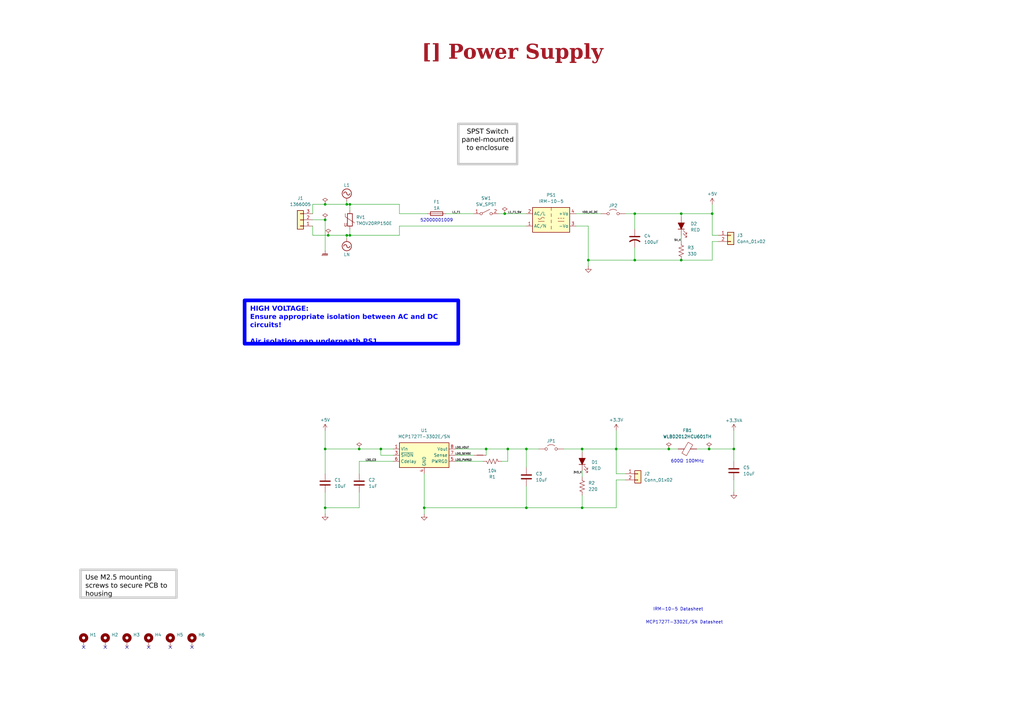
<source format=kicad_sch>
(kicad_sch (version 20250114) (generator "eeschema") (generator_version "9.0")
  (paper "A3")
  (title_block (title "Power Supply") (date "Last Modified Date") (rev "${REVISION}") (company "${COMPANY}"))
  (lib_symbols
    (symbol "Connector_Generic:Conn_01x02" (pin_names (offset 1.016) (hide yes))
      (property "Reference" "J" (at 0 2.54 0))
      (property "Value" "Conn_01x02" (at 0 -5.08 0))
      (symbol "Conn_01x02_1_1"
        (rectangle (start -1.27 1.27) (end 1.27 -3.81) (stroke (width 0.254)) (fill (type background)))
        (rectangle (start -1.27 0.127) (end 0 -0.127) (stroke (width 0.1524)))
        (rectangle (start -1.27 -2.413) (end 0 -2.667) (stroke (width 0.1524)))
        (pin passive line (at -5.08 0 0) (length 3.81) (name "Pin_1") (number "1"))
        (pin passive line (at -5.08 -2.54 0) (length 3.81) (name "Pin_2") (number "2"))
      )
    )
    (symbol "Connector_Generic:Conn_01x03" (pin_names (offset 1.016) (hide yes))
      (property "Reference" "J" (at 0 5.08 0))
      (property "Value" "Conn_01x03" (at 0 -5.08 0))
      (symbol "Conn_01x03_1_1"
        (rectangle (start -1.27 3.81) (end 1.27 -3.81) (stroke (width 0.254)) (fill (type background)))
        (rectangle (start -1.27 2.667) (end 0 2.413) (stroke (width 0.1524)))
        (rectangle (start -1.27 0.127) (end 0 -0.127) (stroke (width 0.1524)))
        (rectangle (start -1.27 -2.413) (end 0 -2.667) (stroke (width 0.1524)))
        (pin passive line (at -5.08 2.54 0) (length 3.81) (name "Pin_1") (number "1"))
        (pin passive line (at -5.08 0 0) (length 3.81) (name "Pin_2") (number "2"))
        (pin passive line (at -5.08 -2.54 0) (length 3.81) (name "Pin_3") (number "3"))
      )
    )
    (symbol "Converter_ACDC:IRM-10-5"
      (property "Reference" "PS" (at 0 6.35 0))
      (property "Value" "IRM-10-5" (at 0 -6.35 0))
      (symbol "IRM-10-5_0_1"
        (rectangle (start -7.62 5.08) (end 7.62 -5.08) (stroke (width 0.254)) (fill (type background)))
        (polyline (pts (xy -5.334 -0.635) (xy -2.794 -0.635)))
        (arc (start -4.064 0.635) (mid -4.699 0.2495) (end -5.334 0.635))
        (arc (start -4.064 0.635) (mid -3.429 1.0072) (end -2.794 0.635))
        (polyline (pts (xy 0 5.08) (xy 0 3.81)))
        (polyline (pts (xy 0 2.54) (xy 0 1.27)))
        (polyline (pts (xy 0 0) (xy 0 -1.27)))
        (polyline (pts (xy 0 -2.54) (xy 0 -3.81)))
        (polyline (pts (xy 2.794 0.635) (xy 3.302 0.635)))
        (polyline (pts (xy 2.794 -0.635) (xy 5.334 -0.635)))
        (polyline (pts (xy 3.81 0.635) (xy 4.318 0.635)))
        (polyline (pts (xy 4.826 0.635) (xy 5.334 0.635)))
      )
      (symbol "IRM-10-5_1_1"
        (pin power_in line (at -10.16 2.54 0) (length 2.54) (name "AC/L") (number "2"))
        (pin power_in line (at -10.16 -2.54 0) (length 2.54) (name "AC/N") (number "1"))
        (pin power_out line (at 10.16 2.54 180) (length 2.54) (name "+Vo") (number "4"))
        (pin power_out line (at 10.16 -2.54 180) (length 2.54) (name "-Vo") (number "3"))
      )
    )
    (symbol "Device:C" (pin_numbers (hide yes)) (pin_names (offset 0.254))
      (property "Reference" "C" (at 0.635 2.54 0))
      (property "Value" "C" (at 0.635 -2.54 0))
      (symbol "C_0_1"
        (polyline (pts (xy -2.032 0.762) (xy 2.032 0.762)) (stroke (width 0.508)))
        (polyline (pts (xy -2.032 -0.762) (xy 2.032 -0.762)) (stroke (width 0.508)))
      )
      (symbol "C_1_1"
        (pin passive line (at 0 3.81 270) (length 2.794) (name "~") (number "1"))
        (pin passive line (at 0 -3.81 90) (length 2.794) (name "~") (number "2"))
      )
    )
    (symbol "Device:C_US" (pin_numbers (hide yes)) (pin_names (offset 0.254) (hide yes))
      (property "Reference" "C" (at 0.635 2.54 0))
      (property "Value" "C_US" (at 0.635 -2.54 0))
      (symbol "C_US_0_1"
        (polyline (pts (xy -2.032 0.762) (xy 2.032 0.762)) (stroke (width 0.508)))
        (arc (start -2.032 -1.27) (mid 0 -0.5572) (end 2.032 -1.27) (stroke (width 0.508)))
      )
      (symbol "C_US_1_1"
        (pin passive line (at 0 3.81 270) (length 2.794) (name "~") (number "1"))
        (pin passive line (at 0 -3.81 90) (length 3.302) (name "~") (number "2"))
      )
    )
    (symbol "Device:FerriteBead" (pin_numbers (hide yes)) (pin_names (offset 0))
      (property "Reference" "FB" (at -3.81 0.635 90))
      (property "Value" "FerriteBead" (at 3.81 0 90))
      (symbol "FerriteBead_0_1"
        (polyline (pts (xy -2.7686 0.4064) (xy -1.7018 2.2606) (xy 2.7686 -0.3048) (xy 1.6764 -2.159) (xy -2.7686 0.4064)))
        (polyline (pts (xy 0 1.27) (xy 0 1.2954)))
        (polyline (pts (xy 0 -1.27) (xy 0 -1.2192)))
      )
      (symbol "FerriteBead_1_1"
        (pin passive line (at 0 3.81 270) (length 2.54) (name "~") (number "1"))
        (pin passive line (at 0 -3.81 90) (length 2.54) (name "~") (number "2"))
      )
    )
    (symbol "Device:Fuse" (pin_numbers (hide yes)) (pin_names (offset 0))
      (property "Reference" "F" (at 2.032 0 90))
      (property "Value" "Fuse" (at -1.905 0 90))
      (symbol "Fuse_0_1"
        (rectangle (start -0.762 -2.54) (end 0.762 2.54) (stroke (width 0.254)))
        (polyline (pts (xy 0 2.54) (xy 0 -2.54)))
      )
      (symbol "Fuse_1_1"
        (pin passive line (at 0 3.81 270) (length 1.27) (name "~") (number "1"))
        (pin passive line (at 0 -3.81 90) (length 1.27) (name "~") (number "2"))
      )
    )
    (symbol "Device:LED_Filled" (pin_numbers (hide yes)) (pin_names (offset 1.016) (hide yes))
      (property "Reference" "D" (at 0 2.54 0))
      (property "Value" "LED_Filled" (at 0 -2.54 0))
      (property "Sim.Pins" "1=K 2=A" (at 0 0 0))
      (symbol "LED_Filled_0_1"
        (polyline (pts (xy -3.048 -0.762) (xy -4.572 -2.286) (xy -3.81 -2.286) (xy -4.572 -2.286) (xy -4.572 -1.524)))
        (polyline (pts (xy -1.778 -0.762) (xy -3.302 -2.286) (xy -2.54 -2.286) (xy -3.302 -2.286) (xy -3.302 -1.524)))
        (polyline (pts (xy -1.27 0) (xy 1.27 0)))
        (polyline (pts (xy -1.27 -1.27) (xy -1.27 1.27)) (stroke (width 0.254)))
        (polyline (pts (xy 1.27 -1.27) (xy 1.27 1.27) (xy -1.27 0) (xy 1.27 -1.27)) (stroke (width 0.254)) (fill (type outline)))
      )
      (symbol "LED_Filled_1_1"
        (pin passive line (at -3.81 0 0) (length 2.54) (name "K") (number "1"))
        (pin passive line (at 3.81 0 180) (length 2.54) (name "A") (number "2"))
      )
    )
    (symbol "Device:NetTie_2" (pin_numbers (hide yes)) (pin_names (offset 0) (hide yes)) (in_bom no)
      (property "Reference" "NT" (at 0 1.27 0))
      (property "Value" "NetTie_2" (at 0 -1.27 0))
      (symbol "NetTie_2_0_1"
        (polyline (pts (xy -1.27 0) (xy 1.27 0)) (stroke (width 0.254)))
      )
      (symbol "NetTie_2_1_1"
        (pin passive line (at -2.54 0 0) (length 2.54) (name "1") (number "1"))
        (pin passive line (at 2.54 0 180) (length 2.54) (name "2") (number "2"))
      )
    )
    (symbol "Device:R_US" (pin_numbers (hide yes)) (pin_names (offset 0))
      (property "Reference" "R" (at 2.54 0 90))
      (property "Value" "R_US" (at -2.54 0 90))
      (symbol "R_US_0_1"
        (polyline (pts (xy 0 2.286) (xy 0 2.54)))
        (polyline (pts (xy 0 2.286) (xy 1.016 1.905) (xy 0 1.524) (xy -1.016 1.143) (xy 0 0.762)))
        (polyline (pts (xy 0 0.762) (xy 1.016 0.381) (xy 0 0) (xy -1.016 -0.381) (xy 0 -0.762)))
        (polyline (pts (xy 0 -0.762) (xy 1.016 -1.143) (xy 0 -1.524) (xy -1.016 -1.905) (xy 0 -2.286)))
        (polyline (pts (xy 0 -2.286) (xy 0 -2.54)))
      )
      (symbol "R_US_1_1"
        (pin passive line (at 0 3.81 270) (length 1.27) (name "~") (number "1"))
        (pin passive line (at 0 -3.81 90) (length 1.27) (name "~") (number "2"))
      )
    )
    (symbol "Device:Varistor" (pin_numbers (hide yes)) (pin_names (offset 0))
      (property "Reference" "RV" (at 3.175 0 90))
      (property "Value" "Varistor" (at -3.175 0 90))
      (symbol "Varistor_0_0"
        (text "U" (at -1.778 -2.032 0) (effects (font (size 1.27 1.27))))
      )
      (symbol "Varistor_0_1"
        (polyline (pts (xy -1.905 2.54) (xy -1.905 1.27) (xy 1.905 -1.27)))
        (rectangle (start -1.016 -2.54) (end 1.016 2.54) (stroke (width 0.254)))
      )
      (symbol "Varistor_1_1"
        (pin passive line (at 0 3.81 270) (length 1.27) (name "~") (number "1"))
        (pin passive line (at 0 -3.81 90) (length 1.27) (name "~") (number "2"))
      )
    )
    (symbol "Jumper:Jumper_2_Open" (pin_numbers (hide yes)) (pin_names (offset 0) (hide yes))
      (property "Reference" "JP" (at 0 2.794 0))
      (property "Value" "Jumper_2_Open" (at 0 -2.286 0))
      (symbol "Jumper_2_Open_0_0"
        (circle (center -2.032 0) (radius 0.508))
        (circle (center 2.032 0) (radius 0.508))
      )
      (symbol "Jumper_2_Open_0_1"
        (arc (start -1.524 1.27) (mid 0 1.778) (end 1.524 1.27))
      )
      (symbol "Jumper_2_Open_1_1"
        (pin passive line (at -5.08 0 0) (length 2.54) (name "A") (number "1"))
        (pin passive line (at 5.08 0 180) (length 2.54) (name "B") (number "2"))
      )
    )
    (symbol "Mechanical:MountingHole_Pad" (pin_numbers (hide yes)) (pin_names (offset 1.016) (hide yes)) (in_bom no)
      (property "Reference" "H" (at 0 6.35 0))
      (property "Value" "MountingHole_Pad" (at 0 4.445 0))
      (symbol "MountingHole_Pad_0_1"
        (circle (center 0 1.27) (radius 1.27) (stroke (width 1.27)))
      )
      (symbol "MountingHole_Pad_1_1"
        (pin input line (at 0 -2.54 90) (length 2.54) (name "1") (number "1"))
      )
    )
    (symbol "Regulator_Linear:MCP1727-3302xSN"
      (property "Reference" "U" (at -7.62 8.89 0))
      (property "Value" "MCP1727-3302xSN" (at 11.43 8.89 0))
      (symbol "MCP1727-3302xSN_0_0"
        (pin input line (at -12.7 -2.54 0) (length 2.54) (name "Cdelay") (number "6"))
        (pin power_out line (at 12.7 2.54 180) (length 2.54) (name "Vout") (number "8"))
        (pin input line (at 12.7 0 180) (length 2.54) (name "Sense") (number "7"))
        (pin open_collector line (at 12.7 -2.54 180) (length 2.54) (name "PWRGD") (number "5"))
      )
      (symbol "MCP1727-3302xSN_0_1"
        (rectangle (start -10.16 5.08) (end 10.16 -5.08) (stroke (width 0.254)) (fill (type background)))
      )
      (symbol "MCP1727-3302xSN_1_1"
        (pin power_in line (at -12.7 2.54 0) (length 2.54) (name "Vin") (number "1"))
        (pin passive line (at -12.7 2.54 0) (length 2.54) (hide yes) (name "Vin") (number "2"))
        (pin input line (at -12.7 0 0) (length 2.54) (name "~{SHDN}") (number "3"))
        (pin power_in line (at 0 -7.62 90) (length 2.54) (name "GND") (number "4"))
      )
    )
    (symbol "Switch:SW_SPST" (pin_names (offset 0) (hide yes))
      (property "Reference" "SW" (at 0 3.175 0))
      (property "Value" "SW_SPST" (at 0 -2.54 0))
      (symbol "SW_SPST_0_0"
        (circle (center -2.032 0) (radius 0.508))
        (polyline (pts (xy -1.524 0.254) (xy 1.524 1.778)))
        (circle (center 2.032 0) (radius 0.508))
      )
      (symbol "SW_SPST_1_1"
        (pin passive line (at -5.08 0 0) (length 2.54) (name "A") (number "1"))
        (pin passive line (at 5.08 0 180) (length 2.54) (name "B") (number "2"))
      )
    )
    (symbol "power:+3.3V" (power) (pin_numbers (hide yes)) (pin_names (offset 0) (hide yes))
      (property "Value" "+3.3V" (at 0 3.556 0))
      (symbol "+3.3V_0_1"
        (polyline (pts (xy -0.762 1.27) (xy 0 2.54)))
        (polyline (pts (xy 0 2.54) (xy 0.762 1.27)))
        (polyline (pts (xy 0 0) (xy 0 2.54)))
      )
      (symbol "+3.3V_1_1"
        (pin power_in line (at 0 0 90) (length 0) (name "~") (number "1"))
      )
    )
    (symbol "power:+3.3VA" (power) (pin_numbers (hide yes)) (pin_names (offset 0) (hide yes))
      (property "Value" "+3.3VA" (at 0 3.556 0))
      (symbol "+3.3VA_0_1"
        (polyline (pts (xy -0.762 1.27) (xy 0 2.54)))
        (polyline (pts (xy 0 2.54) (xy 0.762 1.27)))
        (polyline (pts (xy 0 0) (xy 0 2.54)))
      )
      (symbol "+3.3VA_1_1"
        (pin power_in line (at 0 0 90) (length 0) (name "~") (number "1"))
      )
    )
    (symbol "power:+5V" (power) (pin_numbers (hide yes)) (pin_names (offset 0) (hide yes))
      (property "Value" "+5V" (at 0 3.556 0))
      (symbol "+5V_0_1"
        (polyline (pts (xy -0.762 1.27) (xy 0 2.54)))
        (polyline (pts (xy 0 2.54) (xy 0.762 1.27)))
        (polyline (pts (xy 0 0) (xy 0 2.54)))
      )
      (symbol "+5V_1_1"
        (pin power_in line (at 0 0 90) (length 0) (name "~") (number "1"))
      )
    )
    (symbol "power:AC" (power) (pin_numbers (hide yes)) (pin_names (offset 0) (hide yes))
      (property "Value" "AC" (at 0 6.35 0))
      (symbol "AC_0_1"
        (arc (start -1.27 3.175) (mid -0.635 3.8073) (end 0 3.175) (stroke (width 0.254)))
        (circle (center 0 3.175) (radius 1.905) (stroke (width 0.254)))
        (polyline (pts (xy 0 0) (xy 0 1.27)))
        (arc (start 1.27 3.175) (mid 0.635 2.5427) (end 0 3.175) (stroke (width 0.254)))
      )
      (symbol "AC_1_1"
        (pin power_in line (at 0 0 90) (length 0) (name "~") (number "1"))
      )
    )
    (symbol "power:GND" (power) (pin_numbers (hide yes)) (pin_names (offset 0) (hide yes))
      (property "Value" "GND" (at 0 -3.81 0))
      (symbol "GND_0_1"
        (polyline (pts (xy 0 0) (xy 0 -1.27) (xy 1.27 -1.27) (xy 0 -2.54) (xy -1.27 -1.27) (xy 0 -1.27)))
      )
      (symbol "GND_1_1"
        (pin power_in line (at 0 0 270) (length 0) (name "~") (number "1"))
      )
    )
    (symbol "power:GNDPWR" (power) (pin_numbers (hide yes)) (pin_names (offset 0) (hide yes))
      (property "Value" "GNDPWR" (at 0 -3.302 0))
      (symbol "GNDPWR_0_1"
        (polyline (pts (xy -1.016 -1.27) (xy -1.27 -2.032) (xy -1.27 -2.032)) (stroke (width 0.2032)))
        (polyline (pts (xy -0.508 -1.27) (xy -0.762 -2.032) (xy -0.762 -2.032)) (stroke (width 0.2032)))
        (polyline (pts (xy 0 -1.27) (xy 0 0)))
        (polyline (pts (xy 0 -1.27) (xy -0.254 -2.032) (xy -0.254 -2.032)) (stroke (width 0.2032)))
        (polyline (pts (xy 0.508 -1.27) (xy 0.254 -2.032) (xy 0.254 -2.032)) (stroke (width 0.2032)))
        (polyline (pts (xy 1.016 -1.27) (xy -1.016 -1.27) (xy -1.016 -1.27)) (stroke (width 0.2032)))
        (polyline (pts (xy 1.016 -1.27) (xy 0.762 -2.032) (xy 0.762 -2.032) (xy 0.762 -2.032)) (stroke (width 0.2032)))
      )
      (symbol "GNDPWR_1_1"
        (pin power_in line (at 0 0 270) (length 0) (name "~") (number "1"))
      )
    )
    (symbol "power:PWR_FLAG" (power) (pin_numbers (hide yes)) (pin_names (offset 0) (hide yes))
      (property "Value" "PWR_FLAG" (at 0 3.81 0))
      (symbol "PWR_FLAG_0_0"
        (pin power_out line (at 0 0 90) (length 0) (name "~") (number "1"))
      )
      (symbol "PWR_FLAG_0_1"
        (polyline (pts (xy 0 0) (xy 0 1.27) (xy -1.016 1.905) (xy 0 2.54) (xy 1.016 1.905) (xy 0 1.27)))
      )
    )
  )
  (text "52000001009" (at 179.07 90.424 0) (effects (font (size 1.27 1.27))))
  (text "600Ω 100MHz" (at 281.94 189.23 0) (effects (font (size 1.27 1.27))))
  (text "IRM-10-5 Datasheet" (at 278.13 249.936 0) (effects (font (size 1.27 1.27))))
  (text "MCP1727T-3302E/SN Datasheet" (at 280.67 255.27 0) (effects (font (size 1.27 1.27))))
  (text_box "Use M2.5 mounting screws to secure PCB to housing" (at 33.02 233.68 0) (size 39.37 11.43) (margins 2 2 2 2) (stroke (width 1) (color 200 200 200 1)) (effects (font (size 2 2)) (justify left top)))
  (text_box "[${#}] ${TITLE}" (at 12.7 15.24 0) (size 394.97 12.7) (margins 4.4999 4.4999 4.4999 4.4999) (stroke (width -0.0001)) (effects (font (size 6 6) (thickness 1.2) (bold yes))))
  (text_box "SPST Switch panel-mounted to enclosure" (at 187.96 50.8 0) (size 24.13 16.51) (margins 2 2 2 2) (stroke (width 1) (color 200 200 200 1)) (effects (font (size 2 2)) (justify top)))
  (text_box "HIGH VOLTAGE:\nEnsure appropriate isolation between AC and DC circuits!\n\nAir isolation gap underneath PS1" (at 100.33 123.19 0) (size 87.63 17.78) (margins 2.25 2.25 2.25 2.25) (stroke (width 1.5) (color 0 0 255 1)) (effects (font (size 2 2) (thickness 0.4) (bold yes)) (justify left top)))
  (junction (at 252.73 184.15))
  (junction (at 133.35 208.28))
  (junction (at 300.99 184.15))
  (junction (at 134.62 96.52))
  (junction (at 238.76 208.28))
  (junction (at 215.9 208.28))
  (junction (at 156.21 184.15))
  (junction (at 260.35 106.68))
  (junction (at 147.32 184.15))
  (junction (at 241.3 106.68))
  (junction (at 279.4 87.63))
  (junction (at 142.24 96.52))
  (junction (at 290.83 184.15))
  (junction (at 133.35 90.17))
  (junction (at 208.28 184.15))
  (junction (at 143.51 83.82))
  (junction (at 274.32 184.15))
  (junction (at 133.35 184.15))
  (junction (at 238.76 184.15))
  (junction (at 142.24 83.82))
  (junction (at 173.99 208.28))
  (junction (at 199.39 184.15))
  (junction (at 207.01 87.63))
  (junction (at 279.4 106.68))
  (junction (at 133.35 83.82))
  (junction (at 143.51 96.52))
  (junction (at 292.1 87.63))
  (junction (at 260.35 87.63))
  (junction (at 215.9 184.15))
  (no_connect (at 78.74 265.43))
  (no_connect (at 34.29 265.43))
  (no_connect (at 52.07 265.43))
  (no_connect (at 60.96 265.43))
  (no_connect (at 69.85 265.43))
  (no_connect (at 43.18 265.43))
  (wire (pts (xy 142.24 83.82) (xy 143.51 83.82)))
  (wire (pts (xy 163.83 83.82) (xy 163.83 87.63)))
  (wire (pts (xy 128.27 83.82) (xy 128.27 87.63)))
  (wire (pts (xy 236.22 87.63) (xy 246.38 87.63)))
  (wire (pts (xy 134.62 96.52) (xy 142.24 96.52)))
  (wire (pts (xy 215.9 184.15) (xy 220.98 184.15)))
  (wire (pts (xy 292.1 99.06) (xy 292.1 106.68)))
  (wire (pts (xy 147.32 194.31) (xy 147.32 189.23)))
  (wire (pts (xy 199.39 184.15) (xy 208.28 184.15)))
  (wire (pts (xy 238.76 203.2) (xy 238.76 208.28)))
  (wire (pts (xy 156.21 184.15) (xy 161.29 184.15)))
  (wire (pts (xy 241.3 106.68) (xy 241.3 109.22)))
  (wire (pts (xy 294.64 96.52) (xy 292.1 96.52)))
  (wire (pts (xy 133.35 90.17) (xy 128.27 90.17)))
  (wire (pts (xy 186.69 189.23) (xy 198.12 189.23)))
  (wire (pts (xy 260.35 87.63) (xy 260.35 93.98)))
  (wire (pts (xy 294.64 99.06) (xy 292.1 99.06)))
  (wire (pts (xy 173.99 194.31) (xy 173.99 208.28)))
  (wire (pts (xy 215.9 199.39) (xy 215.9 208.28)))
  (wire (pts (xy 238.76 193.04) (xy 238.76 195.58)))
  (wire (pts (xy 205.74 189.23) (xy 208.28 189.23)))
  (wire (pts (xy 274.32 184.15) (xy 278.13 184.15)))
  (wire (pts (xy 133.35 184.15) (xy 147.32 184.15)))
  (wire (pts (xy 260.35 87.63) (xy 279.4 87.63)))
  (wire (pts (xy 290.83 184.15) (xy 300.99 184.15)))
  (wire (pts (xy 163.83 96.52) (xy 163.83 92.71)))
  (wire (pts (xy 128.27 96.52) (xy 128.27 92.71)))
  (wire (pts (xy 292.1 87.63) (xy 279.4 87.63)))
  (wire (pts (xy 173.99 208.28) (xy 173.99 210.82)))
  (wire (pts (xy 207.01 87.63) (xy 215.9 87.63)))
  (wire (pts (xy 300.99 176.53) (xy 300.99 184.15)))
  (wire (pts (xy 256.54 194.31) (xy 252.73 194.31)))
  (wire (pts (xy 163.83 87.63) (xy 175.26 87.63)))
  (wire (pts (xy 161.29 186.69) (xy 156.21 186.69)))
  (wire (pts (xy 147.32 184.15) (xy 156.21 184.15)))
  (wire (pts (xy 142.24 96.52) (xy 143.51 96.52)))
  (wire (pts (xy 252.73 184.15) (xy 238.76 184.15)))
  (wire (pts (xy 143.51 83.82) (xy 143.51 86.36)))
  (wire (pts (xy 256.54 196.85) (xy 252.73 196.85)))
  (wire (pts (xy 199.39 186.69) (xy 199.39 184.15)))
  (wire (pts (xy 143.51 83.82) (xy 163.83 83.82)))
  (wire (pts (xy 163.83 92.71) (xy 215.9 92.71)))
  (wire (pts (xy 128.27 83.82) (xy 133.35 83.82)))
  (wire (pts (xy 215.9 184.15) (xy 215.9 191.77)))
  (wire (pts (xy 292.1 106.68) (xy 279.4 106.68)))
  (wire (pts (xy 142.24 96.52) (xy 142.24 97.79)))
  (wire (pts (xy 147.32 189.23) (xy 161.29 189.23)))
  (wire (pts (xy 260.35 106.68) (xy 260.35 101.6)))
  (wire (pts (xy 204.47 87.63) (xy 207.01 87.63)))
  (wire (pts (xy 300.99 196.85) (xy 300.99 201.93)))
  (wire (pts (xy 279.4 87.63) (xy 279.4 88.9)))
  (wire (pts (xy 133.35 184.15) (xy 133.35 194.31)))
  (wire (pts (xy 156.21 186.69) (xy 156.21 184.15)))
  (wire (pts (xy 133.35 201.93) (xy 133.35 208.28)))
  (wire (pts (xy 241.3 106.68) (xy 260.35 106.68)))
  (wire (pts (xy 142.24 82.55) (xy 142.24 83.82)))
  (wire (pts (xy 292.1 87.63) (xy 292.1 96.52)))
  (wire (pts (xy 252.73 184.15) (xy 274.32 184.15)))
  (wire (pts (xy 133.35 176.53) (xy 133.35 184.15)))
  (wire (pts (xy 133.35 83.82) (xy 142.24 83.82)))
  (wire (pts (xy 260.35 106.68) (xy 279.4 106.68)))
  (wire (pts (xy 147.32 208.28) (xy 133.35 208.28)))
  (wire (pts (xy 208.28 184.15) (xy 215.9 184.15)))
  (wire (pts (xy 215.9 208.28) (xy 173.99 208.28)))
  (wire (pts (xy 133.35 102.87) (xy 133.35 90.17)))
  (wire (pts (xy 147.32 201.93) (xy 147.32 208.28)))
  (wire (pts (xy 186.69 184.15) (xy 199.39 184.15)))
  (wire (pts (xy 238.76 185.42) (xy 238.76 184.15)))
  (wire (pts (xy 285.75 184.15) (xy 290.83 184.15)))
  (wire (pts (xy 241.3 92.71) (xy 241.3 106.68)))
  (wire (pts (xy 208.28 189.23) (xy 208.28 184.15)))
  (wire (pts (xy 231.14 184.15) (xy 238.76 184.15)))
  (wire (pts (xy 292.1 83.82) (xy 292.1 87.63)))
  (wire (pts (xy 143.51 96.52) (xy 163.83 96.52)))
  (wire (pts (xy 133.35 208.28) (xy 133.35 210.82)))
  (wire (pts (xy 143.51 93.98) (xy 143.51 96.52)))
  (wire (pts (xy 252.73 176.53) (xy 252.73 184.15)))
  (wire (pts (xy 252.73 194.31) (xy 252.73 184.15)))
  (wire (pts (xy 128.27 96.52) (xy 134.62 96.52)))
  (wire (pts (xy 186.69 186.69) (xy 194.31 186.69)))
  (wire (pts (xy 252.73 196.85) (xy 252.73 208.28)))
  (wire (pts (xy 279.4 96.52) (xy 279.4 99.06)))
  (wire (pts (xy 182.88 87.63) (xy 194.31 87.63)))
  (wire (pts (xy 238.76 208.28) (xy 215.9 208.28)))
  (wire (pts (xy 236.22 92.71) (xy 241.3 92.71)))
  (wire (pts (xy 300.99 184.15) (xy 300.99 189.23)))
  (wire (pts (xy 256.54 87.63) (xy 260.35 87.63)))
  (wire (pts (xy 252.73 208.28) (xy 238.76 208.28)))
  (label "L1_F1" (at 185.42 87.63 0) (effects (font (size 0.762 0.762))))
  (label "L1_F1_SW" (at 208.28 87.63 0) (effects (font (size 0.762 0.762))))
  (label "5V_K" (at 279.4 99.06 180) (effects (font (size 0.762 0.762))))
  (label "LDO_SENSE" (at 186.69 186.69 0) (effects (font (size 0.762 0.762))))
  (label "VDD_AC_DC" (at 238.76 87.63 0) (effects (font (size 0.762 0.762))))
  (label "LDO_PWRGD" (at 186.69 189.23 0) (effects (font (size 0.762 0.762))))
  (label "LDO_CD" (at 149.86 189.23 0) (effects (font (size 0.762 0.762))))
  (label "3V3_K" (at 238.76 194.31 180) (effects (font (size 0.762 0.762))))
  (label "LDO_VOUT" (at 186.69 184.15 0) (effects (font (size 0.762 0.762))))
  (symbol (lib_id "Connector_Generic:Conn_01x02") (at 299.72 96.52 0) (unit 1)
    (property "Reference" "J3" (at 302.26 96.5199 0) (effects (justify left)))
    (property "Value" "Conn_01x02" (at 302.26 99.0599 0) (effects (justify left)))
    (property "Footprint" "TerminalBlock_Phoenix:TerminalBlock_Phoenix_MKDS-1,5-2-5.08_1x02_P5.08mm_Horizontal" (effects (hide yes)))
    (property "Description" "Generic connector, single row, 01x02, script generated (kicad-library-utils/schlib/autogen/connector/)" (effects (hide yes)))
  )
  (symbol (lib_id "power:PWR_FLAG") (at 147.32 184.15 0) (unit 1)
    (property "Reference" "#FLG02" (effects (hide yes)))
    (property "Value" "PWR_FLAG" (effects (hide yes)))
    (property "Description" "Special symbol for telling ERC where power comes from" (effects (hide yes)))
  )
  (symbol (lib_id "Mechanical:MountingHole_Pad") (at 60.96 262.89 0) (unit 1) (in_bom no)
    (property "Reference" "H4" (at 63.5 260.3499 0) (effects (justify left)))
    (property "Value" "MountingHole_Pad" (effects (hide yes)))
    (property "Footprint" "MountingHole:MountingHole_2.7mm" (effects (hide yes)))
    (property "Description" "Mounting Hole with connection" (effects (hide yes)))
  )
  (symbol (lib_id "Device:C_US") (at 260.35 97.79 0) (unit 1)
    (property "Reference" "C4" (at 264.16 96.7739 0) (effects (justify left)))
    (property "Value" "100uF" (at 264.16 99.3139 0) (effects (justify left)))
    (property "Footprint" "Capacitor_THT:C_Radial_D5.0mm_H5.0mm_P2.00mm" (effects (hide yes)))
    (property "Description" "capacitor, US symbol" (effects (hide yes)))
  )
  (symbol (lib_id "Connector_Generic:Conn_01x03") (at 123.19 90.17 180) (unit 1)
    (property "Reference" "J1" (at 123.19 81.28 0))
    (property "Value" "1366005" (at 123.19 83.82 0))
    (property "Footprint" "PhoenixContact_SPTA:SPTA-THR 2.53-5.0 P26" (effects (hide yes)))
    (property "Description" "Generic connector, single row, 01x03, script generated (kicad-library-utils/schlib/autogen/connector/)" (effects (hide yes)))
  )
  (symbol (lib_id "power:AC") (at 142.24 82.55 0) (unit 1)
    (property "Reference" "#PWR06" (effects (hide yes)))
    (property "Value" "L1" (at 142.24 75.946 0))
    (property "Description" "Power symbol creates a global label with name \"AC\"" (effects (hide yes)))
  )
  (symbol (lib_id "Jumper:Jumper_2_Open") (at 251.46 87.63 0) (unit 1)
    (property "Reference" "JP2" (at 251.46 84.328 0))
    (property "Value" "Jumper_2_Open" (effects (hide yes)))
    (property "Footprint" "Connector_PinHeader_2.54mm:PinHeader_1x02_P2.54mm_Vertical" (effects (hide yes)))
    (property "Description" "Jumper, 2-pole, open" (effects (hide yes)))
  )
  (symbol (lib_id "Device:FerriteBead") (at 281.94 184.15 90) (unit 1)
    (property "Reference" "FB1" (at 281.8892 176.53 90))
    (property "Value" "WLBD2012HCU601TH" (at 281.8892 179.07 90))
    (property "Footprint" "Inductor_SMD:L_0805_2012Metric_Pad1.05x1.20mm_HandSolder" (effects (hide yes)))
    (property "Description" "Ferrite bead" (effects (hide yes)))
  )
  (symbol (lib_id "power:GNDPWR") (at 133.35 102.87 0) (unit 1)
    (property "Reference" "#PWR05" (effects (hide yes)))
    (property "Value" "GNDPWR" (effects (hide yes)))
    (property "Description" "Power symbol creates a global label with name \"GNDPWR\" , global ground" (effects (hide yes)))
  )
  (symbol (lib_id "Device:R_US") (at 201.93 189.23 270) (mirror x) (unit 1)
    (property "Reference" "R1" (at 201.93 195.58 90))
    (property "Value" "10k" (at 201.93 193.04 90))
    (property "Footprint" "Resistor_SMD:R_0603_1608Metric_Pad0.98x0.95mm_HandSolder" (effects (hide yes)))
    (property "Description" "Resistor, US symbol" (effects (hide yes)))
  )
  (symbol (lib_id "Device:LED_Filled") (at 238.76 189.23 90) (unit 1)
    (property "Reference" "D1" (at 242.57 189.5474 90) (effects (justify right)))
    (property "Value" "RED" (at 242.57 192.0874 90) (effects (justify right)))
    (property "Footprint" "LED_SMD:LED_0603_1608Metric_Pad1.05x0.95mm_HandSolder" (effects (hide yes)))
    (property "Description" "Light emitting diode, filled shape" (effects (hide yes)))
  )
  (symbol (lib_id "Device:C") (at 300.99 193.04 0) (unit 1)
    (property "Reference" "C5" (at 304.8 191.7699 0) (effects (justify left)))
    (property "Value" "10uF" (at 304.8 194.3099 0) (effects (justify left)))
    (property "Footprint" "Capacitor_SMD:C_0805_2012Metric_Pad1.18x1.45mm_HandSolder" (effects (hide yes)))
    (property "Description" "Unpolarized capacitor" (effects (hide yes)))
  )
  (symbol (lib_id "Device:R_US") (at 279.4 102.87 0) (unit 1)
    (property "Reference" "R3" (at 281.94 101.5999 0) (effects (justify left)))
    (property "Value" "330" (at 281.94 104.1399 0) (effects (justify left)))
    (property "Footprint" "Resistor_SMD:R_0603_1608Metric_Pad0.98x0.95mm_HandSolder" (effects (hide yes)))
    (property "Description" "Resistor, US symbol" (effects (hide yes)))
  )
  (symbol (lib_id "Mechanical:MountingHole_Pad") (at 43.18 262.89 0) (unit 1) (in_bom no)
    (property "Reference" "H2" (at 45.72 260.3499 0) (effects (justify left)))
    (property "Value" "MountingHole_Pad" (effects (hide yes)))
    (property "Footprint" "MountingHole:MountingHole_2.7mm" (effects (hide yes)))
    (property "Description" "Mounting Hole with connection" (effects (hide yes)))
  )
  (symbol (lib_id "power:PWR_FLAG") (at 133.35 90.17 0) (unit 1)
    (property "Reference" "#FLG04" (effects (hide yes)))
    (property "Value" "PWR_FLAG" (effects (hide yes)))
    (property "Description" "Special symbol for telling ERC where power comes from" (effects (hide yes)))
  )
  (symbol (lib_id "power:PWR_FLAG") (at 133.35 83.82 0) (unit 1)
    (property "Reference" "#FLG03" (effects (hide yes)))
    (property "Value" "PWR_FLAG" (effects (hide yes)))
    (property "Description" "Special symbol for telling ERC where power comes from" (effects (hide yes)))
  )
  (symbol (lib_id "power:AC") (at 142.24 97.79 180) (unit 1)
    (property "Reference" "#PWR07" (effects (hide yes)))
    (property "Value" "LN" (at 142.24 104.394 0))
    (property "Description" "Power symbol creates a global label with name \"AC\"" (effects (hide yes)))
  )
  (symbol (lib_id "Connector_Generic:Conn_01x02") (at 261.62 194.31 0) (unit 1)
    (property "Reference" "J2" (at 264.16 194.3099 0) (effects (justify left)))
    (property "Value" "Conn_01x02" (at 264.16 196.8499 0) (effects (justify left)))
    (property "Footprint" "TerminalBlock_Phoenix:TerminalBlock_Phoenix_MKDS-1,5-2-5.08_1x02_P5.08mm_Horizontal" (effects (hide yes)))
    (property "Description" "Generic connector, single row, 01x02, script generated (kicad-library-utils/schlib/autogen/connector/)" (effects (hide yes)))
  )
  (symbol (lib_id "Switch:SW_SPST") (at 199.39 87.63 0) (unit 1)
    (property "Reference" "SW1" (at 199.39 81.28 0))
    (property "Value" "SW_SPST" (at 199.39 83.82 0))
    (property "Footprint" "TerminalBlock_Phoenix:TerminalBlock_Phoenix_MKDS-1,5-2-5.08_1x02_P5.08mm_Horizontal" (effects (hide yes)))
    (property "Description" "Single Pole Single Throw (SPST) switch" (effects (hide yes)))
  )
  (symbol (lib_id "power:PWR_FLAG") (at 290.83 184.15 0) (unit 1)
    (property "Reference" "#FLG07" (effects (hide yes)))
    (property "Value" "PWR_FLAG" (effects (hide yes)))
    (property "Description" "Special symbol for telling ERC where power comes from" (effects (hide yes)))
  )
  (symbol (lib_id "power:+5V") (at 133.35 176.53 0) (unit 1)
    (property "Reference" "#PWR03" (effects (hide yes)))
    (property "Value" "+5V" (at 133.35 172.212 0))
    (property "Description" "Power symbol creates a global label with name \"+5V\"" (effects (hide yes)))
  )
  (symbol (lib_id "power:PWR_FLAG") (at 207.01 87.63 0) (unit 1)
    (property "Reference" "#FLG01" (effects (hide yes)))
    (property "Value" "PWR_FLAG" (effects (hide yes)))
    (property "Description" "Special symbol for telling ERC where power comes from" (effects (hide yes)))
  )
  (symbol (lib_id "Device:C") (at 133.35 198.12 0) (unit 1)
    (property "Reference" "C1" (at 137.16 196.8499 0) (effects (justify left)))
    (property "Value" "10uF" (at 137.16 199.3899 0) (effects (justify left)))
    (property "Footprint" "Capacitor_SMD:C_0805_2012Metric_Pad1.18x1.45mm_HandSolder" (effects (hide yes)))
    (property "Description" "Unpolarized capacitor" (effects (hide yes)))
  )
  (symbol (lib_id "Converter_ACDC:IRM-10-5") (at 226.06 90.17 0) (unit 1)
    (property "Reference" "PS1" (at 226.06 80.01 0))
    (property "Value" "IRM-10-5" (at 226.06 82.55 0))
    (property "Footprint" "Converter_ACDC:Converter_ACDC_MeanWell_IRM-10-xx_THT" (effects (hide yes)))
    (property "Datasheet" "https://www.meanwell.com/Upload/PDF/IRM-10/IRM-10-SPEC.PDF" (effects (hide yes)))
    (property "Description" "5V, 2A, 10W, Isolated, AC-DC, 222A(IRM10)" (effects (hide yes)))
  )
  (symbol (lib_id "power:GND") (at 300.99 201.93 0) (unit 1)
    (property "Reference" "#PWR013" (effects (hide yes)))
    (property "Value" "GND" (effects (hide yes)))
    (property "Description" "Power symbol creates a global label with name \"GND\" , ground" (effects (hide yes)))
  )
  (symbol (lib_id "Jumper:Jumper_2_Open") (at 226.06 184.15 0) (unit 1)
    (property "Reference" "JP1" (at 226.06 180.848 0))
    (property "Value" "Jumper_2_Open" (effects (hide yes)))
    (property "Footprint" "Connector_PinHeader_2.54mm:PinHeader_1x02_P2.54mm_Vertical" (effects (hide yes)))
    (property "Description" "Jumper, 2-pole, open" (effects (hide yes)))
  )
  (symbol (lib_id "Device:C") (at 147.32 198.12 0) (unit 1)
    (property "Reference" "C2" (at 151.13 196.8499 0) (effects (justify left)))
    (property "Value" "1uF" (at 151.13 199.3899 0) (effects (justify left)))
    (property "Footprint" "Capacitor_SMD:C_0805_2012Metric_Pad1.18x1.45mm_HandSolder" (effects (hide yes)))
    (property "Description" "Unpolarized capacitor" (effects (hide yes)))
  )
  (symbol (lib_id "power:PWR_FLAG") (at 274.32 184.15 0) (unit 1)
    (property "Reference" "#FLG06" (effects (hide yes)))
    (property "Value" "PWR_FLAG" (effects (hide yes)))
    (property "Description" "Special symbol for telling ERC where power comes from" (effects (hide yes)))
  )
  (symbol (lib_id "Device:R_US") (at 238.76 199.39 0) (unit 1)
    (property "Reference" "R2" (at 241.3 198.1199 0) (effects (justify left)))
    (property "Value" "220" (at 241.3 200.6599 0) (effects (justify left)))
    (property "Footprint" "Resistor_SMD:R_0603_1608Metric_Pad0.98x0.95mm_HandSolder" (effects (hide yes)))
    (property "Description" "Resistor, US symbol" (effects (hide yes)))
  )
  (symbol (lib_id "Mechanical:MountingHole_Pad") (at 78.74 262.89 0) (unit 1) (in_bom no)
    (property "Reference" "H6" (at 81.28 260.3499 0) (effects (justify left)))
    (property "Value" "MountingHole_Pad" (effects (hide yes)))
    (property "Footprint" "MountingHole:MountingHole_2.7mm" (effects (hide yes)))
    (property "Description" "Mounting Hole with connection" (effects (hide yes)))
  )
  (symbol (lib_id "Regulator_Linear:MCP1727-3302xSN") (at 173.99 186.69 0) (unit 1)
    (property "Reference" "U1" (at 173.99 176.53 0))
    (property "Value" "MCP1727T-3302E/SN" (at 173.99 179.07 0))
    (property "Footprint" "Package_SO:SOIC-8_3.9x4.9mm_P1.27mm" (effects (hide yes)))
    (property "Datasheet" "https://ww1.microchip.com/downloads/aemtest/APID/ProductDocuments/DataSheets/MCP1727-1.5A-Low-Voltage-Low-Quiescent-Current-LDO-Regulator-20001999D.pdf" (effects (hide yes)))
    (property "Description" "1.5A, Low Voltage, Low Quiescent Current LDO Regulator, 2.3 - 6V Input, Fixed 3.3V Output, 330mV Dropout, SOIC-8" (effects (hide yes)))
  )
  (symbol (lib_id "power:+3.3V") (at 252.73 176.53 0) (unit 1)
    (property "Reference" "#PWR010" (effects (hide yes)))
    (property "Value" "+3.3V" (at 252.73 172.212 0))
    (property "Description" "Power symbol creates a global label with name \"+3.3V\"" (effects (hide yes)))
  )
  (symbol (lib_id "Device:LED_Filled") (at 279.4 92.71 90) (unit 1)
    (property "Reference" "D2" (at 283.21 91.7574 90) (effects (justify right)))
    (property "Value" "RED" (at 283.21 94.2974 90) (effects (justify right)))
    (property "Footprint" "LED_SMD:LED_0603_1608Metric_Pad1.05x0.95mm_HandSolder" (effects (hide yes)))
    (property "Description" "Light emitting diode, filled shape" (effects (hide yes)))
  )
  (symbol (lib_id "Device:NetTie_2") (at 196.85 186.69 0) (unit 1) (in_bom no)
    (property "Reference" "NT2" (effects (hide yes)))
    (property "Value" "NetTie_2" (effects (hide yes)))
    (property "Footprint" "NetTie:NetTie-2_SMD_Pad0.5mm" (effects (hide yes)))
    (property "Description" "Net tie, 2 pins" (effects (hide yes)))
  )
  (symbol (lib_id "Mechanical:MountingHole_Pad") (at 69.85 262.89 0) (unit 1) (in_bom no)
    (property "Reference" "H5" (at 72.39 260.3499 0) (effects (justify left)))
    (property "Value" "MountingHole_Pad" (effects (hide yes)))
    (property "Footprint" "MountingHole:MountingHole_2.7mm" (effects (hide yes)))
    (property "Description" "Mounting Hole with connection" (effects (hide yes)))
  )
  (symbol (lib_id "Device:C") (at 215.9 195.58 0) (unit 1)
    (property "Reference" "C3" (at 219.71 194.3099 0) (effects (justify left)))
    (property "Value" "10uF" (at 219.71 196.8499 0) (effects (justify left)))
    (property "Footprint" "Capacitor_SMD:C_0805_2012Metric_Pad1.18x1.45mm_HandSolder" (effects (hide yes)))
    (property "Description" "Unpolarized capacitor" (effects (hide yes)))
  )
  (symbol (lib_id "power:GND") (at 173.99 210.82 0) (unit 1)
    (property "Reference" "#PWR08" (effects (hide yes)))
    (property "Value" "GND" (effects (hide yes)))
    (property "Description" "Power symbol creates a global label with name \"GND\" , ground" (effects (hide yes)))
  )
  (symbol (lib_id "Mechanical:MountingHole_Pad") (at 34.29 262.89 0) (unit 1) (in_bom no)
    (property "Reference" "H1" (at 36.83 260.3499 0) (effects (justify left)))
    (property "Value" "MountingHole_Pad" (effects (hide yes)))
    (property "Footprint" "MountingHole:MountingHole_2.7mm" (effects (hide yes)))
    (property "Description" "Mounting Hole with connection" (effects (hide yes)))
  )
  (symbol (lib_id "Device:Fuse") (at 179.07 87.63 90) (unit 1)
    (property "Reference" "F1" (at 179.07 82.804 90))
    (property "Value" "1A" (at 179.07 85.344 90))
    (property "Footprint" "Fuse:Fuseholder_Clip-5x20mm_Littelfuse_100_Inline_P20.50x4.60mm_D1.30mm_Horizontal" (effects (hide yes)))
    (property "Description" "Fuse" (effects (hide yes)))
  )
  (symbol (lib_id "power:GND") (at 133.35 210.82 0) (unit 1)
    (property "Reference" "#PWR04" (effects (hide yes)))
    (property "Value" "GND" (effects (hide yes)))
    (property "Description" "Power symbol creates a global label with name \"GND\" , ground" (effects (hide yes)))
  )
  (symbol (lib_id "power:+5V") (at 292.1 83.82 0) (unit 1)
    (property "Reference" "#PWR011" (effects (hide yes)))
    (property "Value" "+5V" (at 292.1 79.502 0))
    (property "Description" "Power symbol creates a global label with name \"+5V\"" (effects (hide yes)))
  )
  (symbol (lib_id "power:PWR_FLAG") (at 134.62 96.52 0) (unit 1)
    (property "Reference" "#FLG05" (effects (hide yes)))
    (property "Value" "PWR_FLAG" (effects (hide yes)))
    (property "Description" "Special symbol for telling ERC where power comes from" (effects (hide yes)))
  )
  (symbol (lib_id "Mechanical:MountingHole_Pad") (at 52.07 262.89 0) (unit 1) (in_bom no)
    (property "Reference" "H3" (at 54.61 260.3499 0) (effects (justify left)))
    (property "Value" "MountingHole_Pad" (effects (hide yes)))
    (property "Footprint" "MountingHole:MountingHole_2.7mm" (effects (hide yes)))
    (property "Description" "Mounting Hole with connection" (effects (hide yes)))
  )
  (symbol (lib_id "power:+3.3VA") (at 300.99 176.53 0) (unit 1)
    (property "Reference" "#PWR012" (effects (hide yes)))
    (property "Value" "+3.3VA" (at 300.99 172.466 0))
    (property "Description" "Power symbol creates a global label with name \"+3.3VA\"" (effects (hide yes)))
  )
  (symbol (lib_id "power:GND") (at 241.3 109.22 0) (unit 1)
    (property "Reference" "#PWR09" (effects (hide yes)))
    (property "Value" "GND" (effects (hide yes)))
    (property "Description" "Power symbol creates a global label with name \"GND\" , ground" (effects (hide yes)))
  )
  (symbol (lib_id "Device:Varistor") (at 143.51 90.17 0) (unit 1)
    (property "Reference" "RV1" (at 146.05 89.0932 0) (effects (justify left)))
    (property "Value" "TMOV20RP150E" (at 146.05 91.6332 0) (effects (justify left)))
    (property "Footprint" "TMOV20RP150E:TMOV20RP150E" (effects (hide yes)))
    (property "Description" "Voltage dependent resistor" (effects (hide yes)))
    (property "Sim.Name" "kicad_builtin_varistor" (effects (hide yes)))
    (property "Sim.Device" "SUBCKT" (effects (hide yes)))
    (property "Sim.Pins" "1=A 2=B" (effects (hide yes)))
    (property "Sim.Params" "threshold=1k" (effects (hide yes)))
    (property "Sim.Library" "${KICAD9_SYMBOL_DIR}/Simulation_SPICE.sp" (effects (hide yes)))
  )
)
</source>
